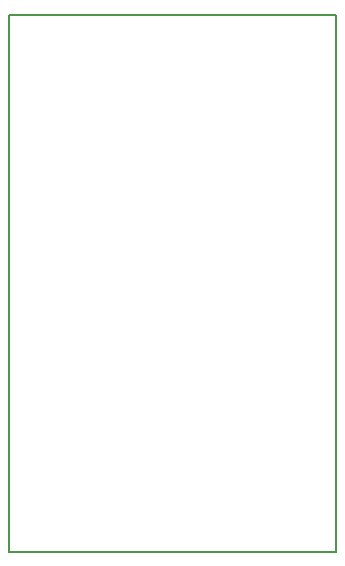
<source format=gbr>
G04 #@! TF.FileFunction,Profile,NP*
%FSLAX46Y46*%
G04 Gerber Fmt 4.6, Leading zero omitted, Abs format (unit mm)*
G04 Created by KiCad (PCBNEW 4.0.7) date 05/05/18 17:31:14*
%MOMM*%
%LPD*%
G01*
G04 APERTURE LIST*
%ADD10C,0.100000*%
%ADD11C,0.150000*%
G04 APERTURE END LIST*
D10*
D11*
X135509000Y-124206000D02*
X135509000Y-124079000D01*
X136144000Y-124206000D02*
X135509000Y-124206000D01*
X135509000Y-78740000D02*
X135509000Y-124206000D01*
X163195000Y-78740000D02*
X135509000Y-78740000D01*
X163195000Y-124206000D02*
X163195000Y-78740000D01*
X136144000Y-124206000D02*
X163195000Y-124206000D01*
M02*

</source>
